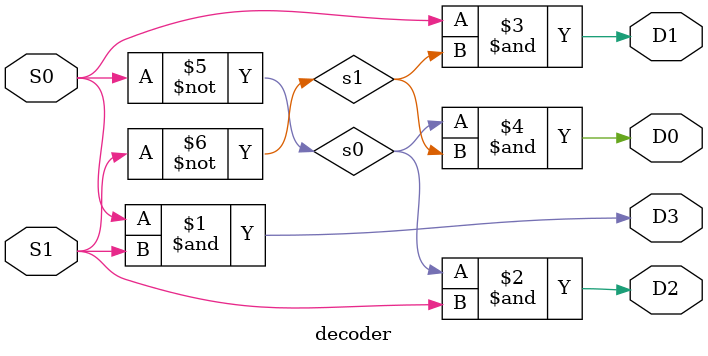
<source format=v>
module decoder (
    input S0,S1,
    output D0,D1,D2,D3
);
    wire s0,s1;

    not n7(s0,S0);
    not n8(s1,S1);
    and a8(D3,S0,S1);
    and a9(D2,s0,S1);
    and a10(D1,S0,s1);
    and a11(D0,s0,s1);

endmodule
</source>
